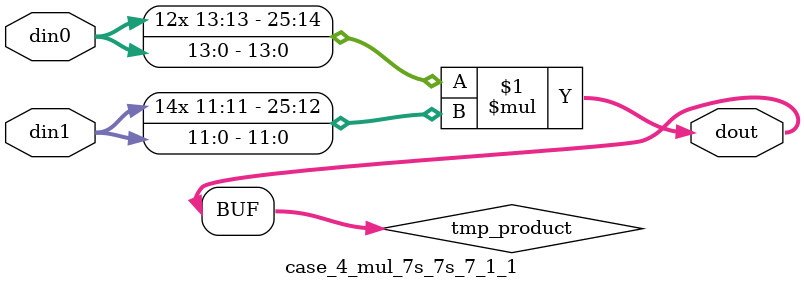
<source format=v>

`timescale 1 ns / 1 ps

 module case_4_mul_7s_7s_7_1_1(din0, din1, dout);
parameter ID = 1;
parameter NUM_STAGE = 0;
parameter din0_WIDTH = 14;
parameter din1_WIDTH = 12;
parameter dout_WIDTH = 26;

input [din0_WIDTH - 1 : 0] din0; 
input [din1_WIDTH - 1 : 0] din1; 
output [dout_WIDTH - 1 : 0] dout;

wire signed [dout_WIDTH - 1 : 0] tmp_product;



























assign tmp_product = $signed(din0) * $signed(din1);








assign dout = tmp_product;





















endmodule

</source>
